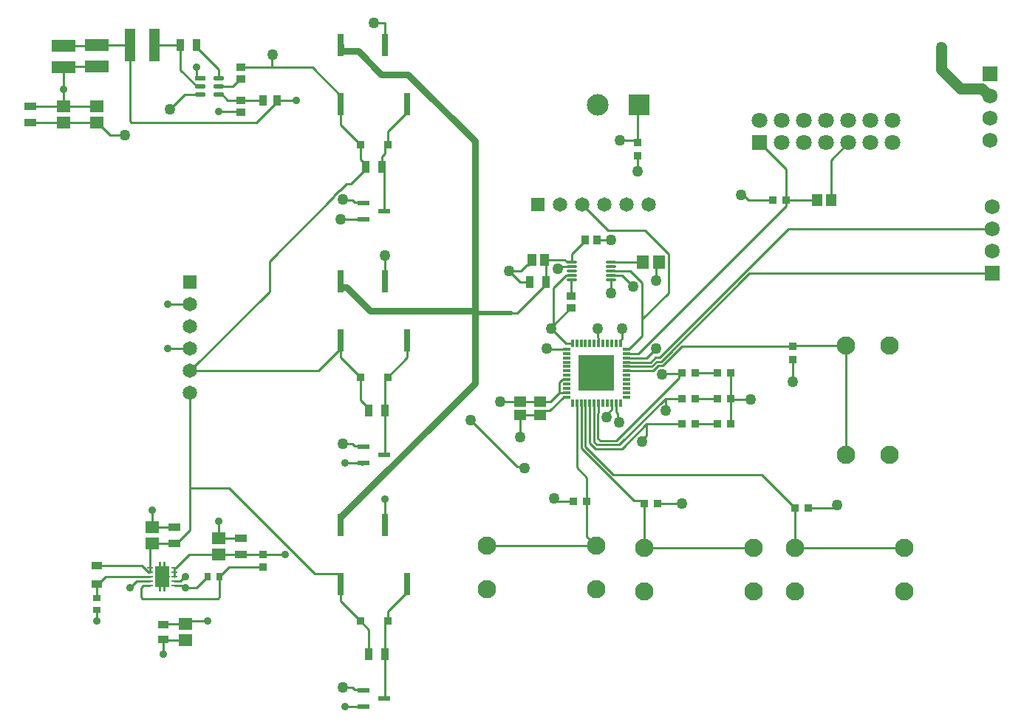
<source format=gtl>
G04*
G04 #@! TF.GenerationSoftware,Altium Limited,Altium Designer,25.2.1 (25)*
G04*
G04 Layer_Physical_Order=1*
G04 Layer_Color=255*
%FSLAX44Y44*%
%MOMM*%
G71*
G04*
G04 #@! TF.SameCoordinates,E5E090E4-F6E9-416A-80E2-435660C576E3*
G04*
G04*
G04 #@! TF.FilePolarity,Positive*
G04*
G01*
G75*
%ADD15C,0.2540*%
%ADD17R,1.3500X0.6000*%
%ADD18R,1.3000X1.4500*%
%ADD19R,0.9500X0.9000*%
G04:AMPARAMS|DCode=20|XSize=0.26mm|YSize=0.88mm|CornerRadius=0.0325mm|HoleSize=0mm|Usage=FLASHONLY|Rotation=90.000|XOffset=0mm|YOffset=0mm|HoleType=Round|Shape=RoundedRectangle|*
%AMROUNDEDRECTD20*
21,1,0.2600,0.8150,0,0,90.0*
21,1,0.1950,0.8800,0,0,90.0*
1,1,0.0650,0.4075,0.0975*
1,1,0.0650,0.4075,-0.0975*
1,1,0.0650,-0.4075,-0.0975*
1,1,0.0650,-0.4075,0.0975*
%
%ADD20ROUNDEDRECTD20*%
%ADD21O,1.3500X0.3000*%
%ADD22R,0.9500X0.9500*%
%ADD23R,0.9000X0.9500*%
%ADD24R,0.9000X1.0500*%
%ADD25R,1.0546X1.3562*%
%ADD26R,1.0500X0.9000*%
%ADD27R,0.9500X1.4000*%
%ADD28R,0.7556X0.8121*%
%ADD29R,1.5562X1.4546*%
%ADD30R,1.2544X0.5321*%
G04:AMPARAMS|DCode=31|XSize=1.2544mm|YSize=0.5321mm|CornerRadius=0.2661mm|HoleSize=0mm|Usage=FLASHONLY|Rotation=0.000|XOffset=0mm|YOffset=0mm|HoleType=Round|Shape=RoundedRectangle|*
%AMROUNDEDRECTD31*
21,1,1.2544,0.0000,0,0,0.0*
21,1,0.7223,0.5321,0,0,0.0*
1,1,0.5321,0.3611,0.0000*
1,1,0.5321,-0.3611,0.0000*
1,1,0.5321,-0.3611,0.0000*
1,1,0.5321,0.3611,0.0000*
%
%ADD31ROUNDEDRECTD31*%
%ADD32R,1.4000X0.9500*%
G04:AMPARAMS|DCode=33|XSize=0.88mm|YSize=0.26mm|CornerRadius=0.0325mm|HoleSize=0mm|Usage=FLASHONLY|Rotation=90.000|XOffset=0mm|YOffset=0mm|HoleType=Round|Shape=RoundedRectangle|*
%AMROUNDEDRECTD33*
21,1,0.8800,0.1950,0,0,90.0*
21,1,0.8150,0.2600,0,0,90.0*
1,1,0.0650,0.0975,0.4075*
1,1,0.0650,0.0975,-0.4075*
1,1,0.0650,-0.0975,-0.4075*
1,1,0.0650,-0.0975,0.4075*
%
%ADD33ROUNDEDRECTD33*%
%ADD35R,1.4546X1.5562*%
%ADD36R,1.4500X1.3000*%
G04:AMPARAMS|DCode=37|XSize=0.6mm|YSize=0.24mm|CornerRadius=0.0504mm|HoleSize=0mm|Usage=FLASHONLY|Rotation=0.000|XOffset=0mm|YOffset=0mm|HoleType=Round|Shape=RoundedRectangle|*
%AMROUNDEDRECTD37*
21,1,0.6000,0.1392,0,0,0.0*
21,1,0.4992,0.2400,0,0,0.0*
1,1,0.1008,0.2496,-0.0696*
1,1,0.1008,-0.2496,-0.0696*
1,1,0.1008,-0.2496,0.0696*
1,1,0.1008,0.2496,0.0696*
%
%ADD37ROUNDEDRECTD37*%
%ADD38R,0.8581X1.2621*%
%ADD39R,1.2000X0.9000*%
%ADD40R,0.9121X0.9581*%
%ADD41R,1.3082X0.8065*%
%ADD42R,0.8121X0.7556*%
%ADD43R,2.7042X1.4526*%
%ADD44R,0.8000X2.6600*%
%ADD45R,1.2000X3.7000*%
%ADD58C,1.4850*%
%ADD72C,0.5000*%
%ADD73R,4.1000X4.1000*%
%ADD74C,0.7620*%
%ADD75C,1.2700*%
%ADD76C,0.5080*%
%ADD77C,1.7250*%
%ADD78R,1.7250X1.7250*%
%ADD79C,1.8000*%
%ADD80R,1.8000X1.8000*%
%ADD81C,1.6500*%
%ADD82R,1.6500X1.6500*%
%ADD83R,2.4750X2.4750*%
%ADD84C,2.4750*%
%ADD85C,2.1000*%
%ADD86R,1.6500X1.6500*%
%ADD87C,0.3000*%
%ADD88C,1.2700*%
%ADD89C,0.8890*%
G36*
X934750Y1067500D02*
X934750Y1063000D01*
X934750Y1062900D01*
X934826Y1062717D01*
X934967Y1062576D01*
X935151Y1062500D01*
X935250Y1062500D01*
D01*
X936750Y1062500D01*
X936850Y1062500D01*
X937033Y1062576D01*
X937174Y1062717D01*
X937250Y1062900D01*
X937250Y1063000D01*
Y1063000D01*
Y1067500D01*
X939750D01*
Y1063000D01*
X939750Y1062900D01*
X939826Y1062717D01*
X939967Y1062576D01*
X940151Y1062500D01*
X940250Y1062500D01*
X940250D01*
X941750Y1062500D01*
X941849Y1062500D01*
X942033Y1062576D01*
X942174Y1062717D01*
X942250Y1062900D01*
X942250Y1063000D01*
X942250Y1063000D01*
Y1067500D01*
X946250D01*
X946349Y1067500D01*
X946533Y1067576D01*
X946674Y1067717D01*
X946750Y1067900D01*
X946750Y1068000D01*
X946750D01*
X946750Y1091000D01*
Y1091099D01*
X946674Y1091283D01*
X946533Y1091424D01*
X946349Y1091500D01*
X946250D01*
Y1091500D01*
X942250D01*
X942250Y1096000D01*
Y1096099D01*
X942174Y1096283D01*
X942033Y1096424D01*
X941849Y1096500D01*
X941750D01*
X941750Y1096500D01*
X940250D01*
X940151Y1096500D01*
X939967Y1096424D01*
X939826Y1096283D01*
X939750Y1096099D01*
X939750Y1096000D01*
D01*
X939750Y1091500D01*
X937250D01*
X937250Y1096000D01*
Y1096099D01*
X937174Y1096283D01*
X937033Y1096424D01*
X936849Y1096500D01*
X936750D01*
Y1096500D01*
X935250D01*
X935151Y1096500D01*
X934967Y1096424D01*
X934826Y1096283D01*
X934750Y1096099D01*
X934750Y1096000D01*
D01*
X934750Y1091500D01*
X930750Y1091500D01*
X930650Y1091500D01*
X930467Y1091424D01*
X930326Y1091283D01*
X930250Y1091099D01*
X930250Y1091000D01*
Y1091000D01*
Y1068000D01*
X930250Y1067900D01*
X930326Y1067717D01*
X930467Y1067576D01*
X930650Y1067500D01*
X930750Y1067500D01*
D01*
D01*
X934750D01*
D02*
G37*
D15*
X1357799Y1437209D02*
X1361802Y1441212D01*
X1336040Y1430020D02*
X1349102D01*
X1361802Y1441212D02*
Y1442720D01*
X1356291Y1437209D02*
X1357799D01*
X1349102Y1430020D02*
X1356291Y1437209D01*
X1336040Y1430020D02*
X1348740Y1417320D01*
X1359810D01*
X1142953Y1489000D02*
X1143053Y1489100D01*
X1169100D01*
X1156192Y1511300D02*
X1158540Y1508952D01*
X1145540Y1511300D02*
Y1511916D01*
X1168248Y1508952D02*
X1169100Y1508100D01*
X1158540Y1508952D02*
X1168248D01*
X1145540Y1511300D02*
X1156192D01*
X1135380Y1515508D02*
Y1516125D01*
X1141948Y1522076D02*
X1149461Y1529589D01*
X1135380Y1516125D02*
X1141332Y1522076D01*
X1061206Y1441334D02*
X1135380Y1515508D01*
X1141332Y1522076D02*
X1141948D01*
X1484141Y1335490D02*
X1653129Y1504478D01*
Y1511009D01*
X1470220Y1335460D02*
X1470250Y1335490D01*
X1653129Y1511009D02*
X1653420Y1511300D01*
X1653670D02*
X1688720D01*
X1653670D02*
Y1546730D01*
X1623060Y1577340D02*
X1653670Y1546730D01*
X1470250Y1335490D02*
X1484141D01*
X1493479Y1330460D02*
X1503909Y1340891D01*
X1470220Y1330460D02*
X1493479D01*
X1611154Y1427480D02*
X1889760D01*
X1505250Y1326286D02*
X1509959D01*
X1470220Y1320460D02*
X1499425D01*
X1509959Y1326286D02*
X1611154Y1427480D01*
X1499425Y1320460D02*
X1505250Y1326286D01*
X1498139Y1325460D02*
X1503409Y1330730D01*
X1508118D02*
X1655668Y1478280D01*
X1503409Y1330730D02*
X1508118D01*
X1470220Y1325460D02*
X1498139D01*
X1655668Y1478280D02*
X1889760D01*
X1601906Y1517214D02*
X1604446D01*
X1610360Y1511300D01*
X1638170D01*
X1504116Y1436438D02*
X1507858Y1440180D01*
X1504116Y1419424D02*
Y1436438D01*
X1064260Y1663700D02*
X1110300D01*
X1028700D02*
X1064260D01*
Y1677271D02*
X1065041Y1678053D01*
X1064260Y1663700D02*
Y1677271D01*
X864108Y1600200D02*
X878643Y1585665D01*
X895617D01*
X863600Y1600200D02*
X864108D01*
X963980Y1632000D02*
X982294D01*
X947420Y1615440D02*
X963980Y1632000D01*
X1110300Y1663700D02*
X1143000Y1631000D01*
Y1621700D02*
Y1631000D01*
X1154289Y1529589D02*
X1171850Y1547150D01*
X1149461Y1529589D02*
X1154289D01*
X970280Y1315720D02*
X1061206Y1406646D01*
X1171850Y1547150D02*
Y1549400D01*
X1061206Y1406646D02*
Y1441334D01*
X1143000Y1330700D02*
Y1341300D01*
X1117420Y1315720D02*
X1143000Y1341300D01*
X970280Y1315720D02*
X1117420D01*
X1143000Y1341300D02*
Y1350600D01*
X970280Y1181100D02*
Y1290320D01*
Y1133130D02*
Y1181100D01*
X1112844Y1083230D02*
X1140270D01*
X1014974Y1181100D02*
X1112844Y1083230D01*
X1143000Y1071200D02*
Y1080500D01*
X1140270Y1083230D02*
X1143000Y1080500D01*
X970280Y1181100D02*
X1014974D01*
X915140Y1092200D02*
X922840Y1084500D01*
X863600Y1092200D02*
X915140D01*
X922840Y1084500D02*
X924500D01*
X954750Y1117600D02*
X970280Y1133130D01*
X952500Y1117600D02*
X954750D01*
X862705Y1688205D02*
X863600Y1689100D01*
X825500Y1688205D02*
X862705D01*
X1296580Y1381760D02*
Y1384678D01*
X1003300Y1123416D02*
Y1143000D01*
X1533750Y1343790D02*
X1661160D01*
X1511800Y1321841D02*
X1533750Y1343790D01*
X1511300Y1311680D02*
X1511638Y1312018D01*
X1532618D02*
X1533780Y1313180D01*
X1507092Y1321841D02*
X1511800D01*
X1530586Y1309950D02*
X1533816Y1313180D01*
X1470220Y1315460D02*
X1500711D01*
X1507092Y1321841D01*
X1511638Y1312018D02*
X1532618D01*
X1470220Y1340460D02*
X1473320D01*
X1488440Y1355580D02*
Y1375081D01*
X1473320Y1340460D02*
X1488440Y1355580D01*
X1661160Y1303020D02*
Y1328290D01*
X1722120Y1219200D02*
Y1344200D01*
X1533816Y1313180D02*
X1534030D01*
X1661570Y1344200D02*
X1722120D01*
X1661160Y1343790D02*
X1661570Y1344200D01*
X944880Y1391920D02*
X963880D01*
X944880Y1341120D02*
X963880D01*
X1295778Y1384678D02*
X1296580Y1385480D01*
X1143000Y1414408D02*
Y1418000D01*
Y1414408D02*
X1145730Y1411678D01*
X1458690Y1235170D02*
X1530586Y1307066D01*
X1440588Y1235170D02*
X1458690D01*
X1530586Y1307066D02*
Y1309950D01*
X1453340Y1270824D02*
Y1278580D01*
X1437748Y1266851D02*
X1438370Y1267473D01*
X1437748Y1258064D02*
Y1266851D01*
X1447908Y1265392D02*
X1453340Y1270824D01*
X1447908Y1262642D02*
Y1265392D01*
X1437748Y1258064D02*
X1437815Y1257997D01*
X1438370Y1267473D02*
Y1278610D01*
X1437815Y1237943D02*
Y1257997D01*
Y1237943D02*
X1440588Y1235170D01*
X1436689Y1230725D02*
X1461684D01*
X1514928Y1270404D02*
Y1283970D01*
X1534030D01*
X1461684Y1230725D02*
X1514928Y1283970D01*
X1465040Y1226280D02*
X1493520Y1254760D01*
Y1241008D02*
Y1254760D01*
X1434847Y1226280D02*
X1465040D01*
X1493520Y1254760D02*
X1534030D01*
X1488440Y1234440D02*
Y1235928D01*
X1493520Y1241008D01*
X1704720Y1557400D02*
X1724660Y1577340D01*
X1704720Y1511300D02*
Y1557400D01*
X1518306Y1404947D02*
Y1449276D01*
X1488440Y1375081D02*
X1518306Y1404947D01*
X1488440Y1375081D02*
Y1416448D01*
X1483360Y1544320D02*
Y1561970D01*
X1013311Y1625600D02*
X1028700D01*
X1006911Y1632000D02*
X1013311Y1625600D01*
X1003300Y1632000D02*
X1006911D01*
X1028700Y1104900D02*
X1054100D01*
X924500Y1084500D02*
Y1089500D01*
X1310640Y1115060D02*
X1435640D01*
X1425070Y1165860D02*
Y1192770D01*
X1490720Y1163320D02*
X1490980Y1163060D01*
Y1112520D02*
Y1163060D01*
Y1112520D02*
X1615980D01*
X1663700D02*
X1788700D01*
X1663700D02*
Y1158110D01*
X1663570Y1158240D02*
X1663700Y1158110D01*
X1707964Y1158240D02*
X1711727Y1162003D01*
X1679070Y1158240D02*
X1707964D01*
X1506220Y1163320D02*
X1534160D01*
X1387865Y1169041D02*
X1391045Y1165860D01*
X1409570D01*
X1549530Y1313180D02*
X1574920D01*
X1549530Y1283970D02*
X1574920D01*
X1549530Y1254760D02*
X1574920D01*
X1589920D02*
Y1283970D01*
Y1313180D01*
X1591190Y1282700D02*
X1612900D01*
X1589920Y1283970D02*
X1591190Y1282700D01*
X1483360Y1618740D02*
X1485140Y1620520D01*
X1483360Y1577470D02*
Y1618740D01*
X1480950Y1579880D02*
X1483360Y1577470D01*
X1463040Y1579880D02*
X1480950D01*
X1453340Y1278580D02*
X1453370Y1278610D01*
X1458370Y1268150D02*
X1460006Y1266514D01*
Y1258664D02*
Y1266514D01*
Y1258664D02*
X1461950Y1256720D01*
X1433195Y1256330D02*
X1433370Y1256155D01*
X1433195Y1256330D02*
Y1268430D01*
X1433370Y1268605D01*
Y1234044D02*
Y1256155D01*
X1458370Y1268150D02*
Y1278610D01*
X1433370Y1268605D02*
Y1278610D01*
X1428370Y1232757D02*
Y1278610D01*
X1423400Y1228360D02*
Y1278580D01*
X1423370Y1278610D02*
X1423400Y1278580D01*
X1418370Y1227104D02*
Y1278610D01*
X1292020Y1259108D02*
X1345224Y1205904D01*
X1351876D02*
X1353820Y1203960D01*
X1345224Y1205904D02*
X1351876D01*
X1168248Y1229552D02*
X1169100Y1228700D01*
X1158540Y1229552D02*
X1168248D01*
X1156192Y1231900D02*
X1158540Y1229552D01*
X1145540Y1231900D02*
X1156192D01*
X1168248Y950152D02*
X1169100Y949300D01*
X1158540Y950152D02*
X1168248D01*
X1156192Y952500D02*
X1158540Y950152D01*
X1145540Y952500D02*
X1156192D01*
X1433370Y1234044D02*
X1436689Y1230725D01*
X1428370Y1232757D02*
X1434847Y1226280D01*
X1418370Y1227104D02*
X1478924Y1166550D01*
X1423400Y1228360D02*
X1455420Y1196340D01*
X1625220D01*
X1478924Y1166550D02*
X1487490D01*
X1625220Y1196340D02*
X1663320Y1158240D01*
X1413370Y1204470D02*
X1425070Y1192770D01*
X1487490Y1166550D02*
X1490720Y1163320D01*
X1425070Y1125630D02*
Y1165860D01*
X1413370Y1204470D02*
Y1278610D01*
X1663320Y1158240D02*
X1663570D01*
X1425070Y1125630D02*
X1435640Y1115060D01*
X1491170Y1476413D02*
X1518306Y1449276D01*
X1379850Y1340490D02*
X1401490D01*
X1379220Y1341120D02*
X1379850Y1340490D01*
X1401490D02*
X1401520Y1340460D01*
X1437640Y1353820D02*
X1438340Y1353120D01*
X1437640Y1353820D02*
Y1363980D01*
X1438340Y1347340D02*
X1438370Y1347310D01*
X1438340Y1347340D02*
Y1353120D01*
X1465580Y1352620D02*
Y1363980D01*
X1463370Y1347310D02*
Y1350410D01*
X1465580Y1352620D01*
X1452880Y1404620D02*
Y1419807D01*
X1452270Y1420020D02*
X1452668D01*
X1452880Y1419807D01*
X1465500Y1425020D02*
X1478280Y1412240D01*
X1449668Y1476413D02*
X1491170D01*
X1419860Y1506220D02*
X1449668Y1476413D01*
X1436770Y1465580D02*
X1452880D01*
X1391920Y1432560D02*
X1394669D01*
X1397129Y1435020D02*
X1407770D01*
X1394669Y1432560D02*
X1397129Y1435020D01*
X1376318Y1442720D02*
X1399695D01*
X1452270Y1430020D02*
X1474868D01*
X1488440Y1416448D01*
X1452270Y1425020D02*
X1465500D01*
X1423270Y1464830D02*
Y1465580D01*
X1407770Y1440020D02*
Y1449330D01*
X1423270Y1464830D01*
X1386235Y1367535D02*
X1406410Y1387710D01*
X1384300Y1365600D02*
X1386235Y1367535D01*
Y1410346D01*
X1406410Y1387710D02*
X1407160D01*
X1384300Y1363980D02*
Y1365600D01*
X1407682Y1424932D02*
X1407770Y1425020D01*
X1400821Y1424932D02*
X1407682D01*
X1386235Y1410346D02*
X1400821Y1424932D01*
X1407160Y1419807D02*
X1407372Y1420020D01*
X1407160Y1401210D02*
Y1419807D01*
X1407372Y1420020D02*
X1407770D01*
X1338595Y1381745D02*
X1344985D01*
X1338580Y1381760D02*
X1338595Y1381745D01*
X1344985D02*
X1378310Y1415070D01*
X1376318Y1442720D02*
X1378310Y1440728D01*
Y1417320D02*
Y1440728D01*
Y1415070D02*
Y1417320D01*
X1399695Y1442720D02*
X1402395Y1440020D01*
X1407770D01*
X1452270D02*
X1489182D01*
X1489342Y1440180D01*
X1371600Y1264540D02*
X1376830Y1269770D01*
X1382730D01*
X1398420Y1285460D01*
X1401520D01*
X1348740Y1264540D02*
X1371600D01*
X1348360Y1280160D02*
X1348740Y1280540D01*
X1371600D01*
X1392960Y1290460D02*
Y1301900D01*
X1396490Y1305430D01*
X1401490D01*
X1401520Y1305460D01*
X1392960Y1290460D02*
X1401520D01*
X1371600Y1280540D02*
X1383040D01*
X1392960Y1290460D01*
X1400970Y1347310D02*
X1408370D01*
X1384300Y1363980D02*
X1400970Y1347310D01*
X1143000Y1138600D02*
Y1147900D01*
X1325880Y1280160D02*
X1348360D01*
X1348740Y1239520D02*
Y1264540D01*
X1193800Y1418000D02*
Y1447800D01*
X1181100Y1714500D02*
X1193800D01*
X863600Y1689100D02*
X901700D01*
Y1601688D02*
Y1689100D01*
X863600Y1054906D02*
Y1071200D01*
X914400Y1055588D02*
Y1066800D01*
Y1055588D02*
X915888Y1054100D01*
X914400Y1066800D02*
X917100Y1069500D01*
X924500D01*
X901700Y1066800D02*
X909400Y1074500D01*
X863600Y1071200D02*
X865100D01*
X873400Y1079500D01*
X924500D01*
X909400Y1074500D02*
X924500D01*
X927100Y1136116D02*
Y1155700D01*
X952500Y1069500D02*
X952510Y1069490D01*
X952500Y1089500D02*
X954160D01*
X825484Y1618700D02*
X825500Y1618716D01*
Y1600200D02*
X863600D01*
X901700Y1601688D02*
X903188Y1600200D01*
X787400Y1618700D02*
X825484D01*
X787400Y1600200D02*
X825500D01*
Y1618716D02*
X863600D01*
X939800Y1024509D02*
X940549Y1025258D01*
X939800Y1007491D02*
Y1009600D01*
Y1007491D02*
X940549Y1006742D01*
X863600Y1028700D02*
Y1041400D01*
X924500Y1115000D02*
X927100Y1117600D01*
X924500Y1089500D02*
Y1115000D01*
X825500Y1618716D02*
Y1638300D01*
Y1657300D01*
Y1663700D02*
X826395Y1664595D01*
X863600D01*
X927100Y1136116D02*
X952484D01*
X927100Y1117600D02*
X952500D01*
X952484Y1136116D02*
X952500Y1136100D01*
Y1079500D02*
Y1084500D01*
Y1089500D01*
X1147918Y930300D02*
X1169100D01*
X1193100Y939800D02*
X1193800Y940500D01*
Y990600D01*
X1143000Y1051300D02*
X1165350Y1028950D01*
X1143000Y1051300D02*
Y1071200D01*
X1193800Y1149400D02*
Y1168400D01*
X1165640Y1209700D02*
X1167370Y1207970D01*
X1169100Y1209700D01*
X1147918D02*
X1165640D01*
X1193100Y1219200D02*
X1193800Y1219900D01*
X1175300Y990600D02*
Y1018500D01*
X1193800Y990600D02*
Y1025650D01*
X1165350Y1028450D02*
X1175300Y1018500D01*
X1165350Y1028450D02*
Y1028700D01*
Y1028950D01*
X1193800Y1025650D02*
X1196850Y1028700D01*
Y1039550D01*
X1219200Y1061900D01*
Y1071200D01*
X1003300Y1612900D02*
X1028700D01*
X903188Y1600200D02*
X1046260D01*
X959400Y1660471D02*
X978371Y1641500D01*
X1003300D02*
X1019250D01*
X1027950Y1650200D01*
X1028700D01*
X959400Y1660471D02*
Y1689100D01*
X929700D02*
X959400D01*
X1165350Y1558150D02*
Y1574800D01*
X1193620Y1564860D02*
Y1571570D01*
X1196850Y1574800D01*
X1165350Y1574800D02*
Y1575050D01*
X1196850Y1574800D02*
Y1590050D01*
X1143000Y1597400D02*
X1165350Y1575050D01*
X1196850Y1590050D02*
X1219200Y1612400D01*
X1028700Y1625600D02*
X1054100D01*
X1219200Y1612400D02*
Y1621700D01*
X977900Y1686850D02*
Y1689100D01*
Y1652391D02*
Y1663700D01*
X978371Y1641500D02*
X982294D01*
Y1651000D02*
X984200D01*
X979291D02*
X982294D01*
X977900Y1652391D02*
X979291Y1651000D01*
X1003300D02*
Y1661450D01*
X977900Y1686850D02*
X1003300Y1661450D01*
X1143000Y1597400D02*
Y1621700D01*
X1073200Y1625600D02*
X1092200D01*
X1069640Y1623580D02*
Y1625600D01*
X1046260Y1600200D02*
X1069640Y1623580D01*
X1190350Y1549400D02*
X1193100Y1546650D01*
X1171850Y1549400D02*
Y1551650D01*
X1165350Y1558150D02*
X1171850Y1551650D01*
X1190350Y1549400D02*
Y1561590D01*
X1193620Y1564860D01*
X1193800Y1695500D02*
Y1714500D01*
X1014683Y1090360D02*
X1054100D01*
X1003300Y1104900D02*
X1028700D01*
X1054100D02*
X1079500D01*
X1003300Y1123416D02*
X1003316Y1123400D01*
X1028700D01*
X939800Y990600D02*
Y1007491D01*
X940549Y1006742D02*
X965200D01*
X940549Y1025258D02*
X965200D01*
X952500Y1074500D02*
X959310D01*
X952510Y1069490D02*
X960792D01*
X915888Y1054100D02*
X1001812D01*
X954160Y1089500D02*
X969560Y1104900D01*
X1004106Y1079500D02*
Y1079782D01*
Y1056394D02*
Y1079500D01*
X1001812Y1054100D02*
X1004106Y1056394D01*
X990600Y1079218D02*
Y1079500D01*
X987809Y1076709D02*
X988092D01*
X990600Y1079218D01*
Y1079500D02*
Y1079782D01*
X960792Y1069490D02*
X963482Y1066800D01*
X965200D01*
X977900D01*
X959310Y1074500D02*
X964310Y1079500D01*
X965200D01*
X971600Y1028700D02*
X990600D01*
X977900Y1066800D02*
X987809Y1076709D01*
X969560Y1104900D02*
X1003300D01*
X1004106Y1079782D02*
X1014683Y1090360D01*
X1174700Y1270000D02*
Y1272850D01*
X1165350Y1282200D02*
X1174700Y1272850D01*
X1193800Y1270000D02*
Y1305050D01*
X1165350Y1282200D02*
Y1308100D01*
Y1308350D01*
X1193800Y1305050D02*
X1196850Y1308100D01*
Y1308350D01*
X1219200Y1330700D01*
Y1350600D01*
X1143000Y1330700D02*
X1165350Y1308350D01*
X1193800Y1219900D02*
Y1270000D01*
X1193100Y1498600D02*
Y1546650D01*
D17*
X1169100Y1489100D02*
D03*
X1193100Y939800D02*
D03*
X1169100Y930300D02*
D03*
Y949300D02*
D03*
X1193100Y1219200D02*
D03*
X1169100Y1209700D02*
D03*
Y1228700D02*
D03*
Y1508100D02*
D03*
X1193100Y1498600D02*
D03*
D18*
X1688720Y1511300D02*
D03*
X1704720D02*
D03*
D19*
X1653670D02*
D03*
X1638170D02*
D03*
X1534030Y1313180D02*
D03*
X1549530D02*
D03*
X1534030Y1283970D02*
D03*
X1549530D02*
D03*
X1534030Y1254760D02*
D03*
X1549530D02*
D03*
X1425070Y1165860D02*
D03*
X1409570D02*
D03*
X1506220Y1163320D02*
D03*
X1490720D02*
D03*
X1679070Y1158240D02*
D03*
X1663570D02*
D03*
D20*
X1470220Y1335460D02*
D03*
Y1330460D02*
D03*
Y1320460D02*
D03*
Y1325460D02*
D03*
Y1285460D02*
D03*
Y1290460D02*
D03*
Y1295460D02*
D03*
Y1300460D02*
D03*
Y1305460D02*
D03*
Y1310460D02*
D03*
Y1315460D02*
D03*
Y1340460D02*
D03*
X1401520D02*
D03*
Y1335460D02*
D03*
Y1330460D02*
D03*
Y1325460D02*
D03*
Y1320460D02*
D03*
Y1315460D02*
D03*
Y1310460D02*
D03*
Y1305460D02*
D03*
Y1300460D02*
D03*
Y1295460D02*
D03*
Y1290460D02*
D03*
Y1285460D02*
D03*
D21*
X1407770Y1440020D02*
D03*
Y1435020D02*
D03*
Y1430020D02*
D03*
Y1425020D02*
D03*
Y1420020D02*
D03*
X1452270Y1440020D02*
D03*
Y1435020D02*
D03*
Y1430020D02*
D03*
Y1425020D02*
D03*
Y1420020D02*
D03*
D22*
X1589920Y1254760D02*
D03*
X1574920D02*
D03*
X1589920Y1283970D02*
D03*
X1574920D02*
D03*
X1589920Y1313180D02*
D03*
X1574920D02*
D03*
D23*
X1483360Y1577470D02*
D03*
Y1561970D02*
D03*
X1661160Y1328290D02*
D03*
Y1343790D02*
D03*
X1196850Y1028700D02*
D03*
X1165350Y1028700D02*
D03*
X1196850Y1308100D02*
D03*
X1165350Y1308100D02*
D03*
X1196850Y1574800D02*
D03*
X1165350Y1574800D02*
D03*
D24*
X1436770Y1465580D02*
D03*
X1423270D02*
D03*
D25*
X1376318Y1442720D02*
D03*
X1361802D02*
D03*
D26*
X1407160Y1401210D02*
D03*
Y1387710D02*
D03*
X1028700Y1612100D02*
D03*
Y1625600D02*
D03*
Y1650200D02*
D03*
Y1663700D02*
D03*
D27*
X1359810Y1417320D02*
D03*
X1378310D02*
D03*
X1193800Y990600D02*
D03*
X1175300D02*
D03*
X1193800Y1270000D02*
D03*
X1175300D02*
D03*
X1171850Y1549400D02*
D03*
X1190350D02*
D03*
X959400Y1689100D02*
D03*
X977900D02*
D03*
D28*
X990600Y1079500D02*
D03*
X1004106D02*
D03*
D29*
X1003300Y1104900D02*
D03*
Y1123416D02*
D03*
X863600Y1600200D02*
D03*
Y1618716D02*
D03*
X825500Y1600200D02*
D03*
Y1618716D02*
D03*
X927100Y1117600D02*
D03*
Y1136116D02*
D03*
X965200Y1006742D02*
D03*
Y1025258D02*
D03*
D30*
X982294Y1651000D02*
D03*
D31*
Y1641500D02*
D03*
Y1632000D02*
D03*
X1003300D02*
D03*
Y1641500D02*
D03*
Y1651000D02*
D03*
D32*
X787400Y1600200D02*
D03*
Y1618700D02*
D03*
X1028700Y1123400D02*
D03*
Y1104900D02*
D03*
X952500Y1117600D02*
D03*
Y1136100D02*
D03*
D33*
X1408370Y1278610D02*
D03*
X1413370D02*
D03*
X1418370D02*
D03*
X1423370D02*
D03*
X1428370D02*
D03*
X1433370D02*
D03*
X1438370D02*
D03*
X1443370D02*
D03*
X1448370D02*
D03*
X1453370D02*
D03*
X1458370D02*
D03*
X1463370D02*
D03*
Y1347310D02*
D03*
X1458370D02*
D03*
X1453370D02*
D03*
X1448370D02*
D03*
X1443370D02*
D03*
X1438370D02*
D03*
X1433370D02*
D03*
X1428370D02*
D03*
X1423370D02*
D03*
X1418370D02*
D03*
X1413370D02*
D03*
X1408370D02*
D03*
D35*
X1489342Y1440180D02*
D03*
X1507858D02*
D03*
D36*
X1371600Y1264540D02*
D03*
Y1280540D02*
D03*
X1348740Y1264540D02*
D03*
Y1280540D02*
D03*
D37*
X952500Y1089500D02*
D03*
Y1084500D02*
D03*
Y1079500D02*
D03*
Y1074500D02*
D03*
Y1069500D02*
D03*
X924500D02*
D03*
Y1074500D02*
D03*
Y1079500D02*
D03*
Y1084500D02*
D03*
Y1089500D02*
D03*
D38*
X1054100Y1625600D02*
D03*
X1069640D02*
D03*
D39*
X863600Y1092200D02*
D03*
Y1071200D02*
D03*
D40*
X1054100Y1104900D02*
D03*
Y1090360D02*
D03*
D41*
X939800Y1024509D02*
D03*
Y1007491D02*
D03*
D42*
X863600Y1054906D02*
D03*
Y1041400D02*
D03*
D43*
X825500Y1688205D02*
D03*
Y1663700D02*
D03*
X863600Y1689100D02*
D03*
Y1664595D02*
D03*
D44*
X1143000Y1418000D02*
D03*
Y1350600D02*
D03*
X1219200D02*
D03*
X1193800Y1418000D02*
D03*
X1143000Y1689100D02*
D03*
Y1621700D02*
D03*
X1219200D02*
D03*
X1193800Y1689100D02*
D03*
Y1138600D02*
D03*
X1219200Y1071200D02*
D03*
X1143000D02*
D03*
Y1138600D02*
D03*
D45*
X901700Y1689100D02*
D03*
X929700D02*
D03*
D58*
X938500Y1079500D02*
D03*
D72*
X944250D02*
D03*
X932750D02*
D03*
X938500Y1070000D02*
D03*
Y1089000D02*
D03*
D73*
X1435870Y1312960D02*
D03*
D74*
X1219583Y1655697D02*
X1296580Y1578700D01*
X1143190Y1682089D02*
X1162711D01*
X1143000Y1682279D02*
X1143190Y1682089D01*
X1143000Y1682279D02*
Y1689100D01*
X1162711Y1682089D02*
X1189103Y1655697D01*
X1219583D01*
X1296580Y1384678D02*
Y1578700D01*
X1176322Y1384678D02*
X1295778D01*
X1149322Y1411678D02*
X1176322Y1384678D01*
X1143000Y1147900D02*
X1296580Y1301480D01*
X1145730Y1411678D02*
X1149322D01*
X1296580Y1301480D02*
Y1381760D01*
D75*
X1831340Y1661160D02*
Y1686560D01*
X1853300Y1639200D02*
X1877469D01*
X1831340Y1661160D02*
X1853300Y1639200D01*
X1885989Y1630680D02*
X1887220D01*
X1877469Y1639200D02*
X1885989Y1630680D01*
D76*
X1296580Y1381760D02*
X1338580D01*
D77*
X1887220Y1579880D02*
D03*
Y1605280D02*
D03*
Y1630680D02*
D03*
X1889760Y1452880D02*
D03*
Y1478280D02*
D03*
Y1503680D02*
D03*
D78*
X1887220Y1656080D02*
D03*
X1889760Y1427480D02*
D03*
D79*
X1775460Y1602740D02*
D03*
Y1577340D02*
D03*
X1750060Y1602740D02*
D03*
Y1577340D02*
D03*
X1724660Y1602740D02*
D03*
X1699260D02*
D03*
Y1577340D02*
D03*
X1673860Y1602740D02*
D03*
Y1577340D02*
D03*
X1648460D02*
D03*
X1623060Y1602740D02*
D03*
X1724660Y1577340D02*
D03*
X1648460Y1602740D02*
D03*
D80*
X1623060Y1577340D02*
D03*
D81*
X1496060Y1506220D02*
D03*
X1470660D02*
D03*
X1445260D02*
D03*
X1419860D02*
D03*
X1394460D02*
D03*
X970280Y1391920D02*
D03*
Y1366520D02*
D03*
Y1341120D02*
D03*
Y1315720D02*
D03*
Y1290320D02*
D03*
D82*
X1369060Y1506220D02*
D03*
D83*
X1485140Y1620520D02*
D03*
D84*
X1437640D02*
D03*
D85*
X1663700Y1112520D02*
D03*
X1788700D02*
D03*
X1663700Y1062520D02*
D03*
X1788700D02*
D03*
X1490980Y1112520D02*
D03*
X1615980D02*
D03*
X1490980Y1062520D02*
D03*
X1615980D02*
D03*
X1722120Y1219200D02*
D03*
Y1344200D02*
D03*
X1772120Y1219200D02*
D03*
Y1344200D02*
D03*
X1435640Y1065060D02*
D03*
X1310640D02*
D03*
X1435640Y1115060D02*
D03*
X1310640D02*
D03*
D86*
X970280Y1417320D02*
D03*
D87*
X1429020Y1319810D02*
D03*
X1442720D02*
D03*
Y1306110D02*
D03*
X1429020D02*
D03*
X1417870Y1319810D02*
D03*
Y1306110D02*
D03*
X1453870Y1319810D02*
D03*
Y1306110D02*
D03*
X1429020Y1330960D02*
D03*
X1442720D02*
D03*
X1429020Y1294960D02*
D03*
X1442720D02*
D03*
D88*
X1336040Y1430020D02*
D03*
X1142953Y1489000D02*
D03*
X1145540Y1511916D02*
D03*
X1831340Y1686560D02*
D03*
X1503909Y1340891D02*
D03*
X1601906Y1517214D02*
D03*
X1504116Y1419424D02*
D03*
X1065041Y1678053D02*
D03*
X895617Y1585665D02*
D03*
X947420Y1615440D02*
D03*
X1511300Y1311680D02*
D03*
X1661160Y1303020D02*
D03*
X1447908Y1262642D02*
D03*
X1483360Y1544320D02*
D03*
X1711727Y1162003D02*
D03*
X1534160Y1163320D02*
D03*
X1387865Y1169041D02*
D03*
X1612900Y1282700D02*
D03*
X1463040Y1579880D02*
D03*
X1461950Y1256720D02*
D03*
X1353820Y1203960D02*
D03*
X1292020Y1259108D02*
D03*
X1145540Y1231900D02*
D03*
X1514928Y1270404D02*
D03*
X1145540Y952500D02*
D03*
X1488440Y1234440D02*
D03*
X1379220Y1341120D02*
D03*
X1437640Y1363980D02*
D03*
X1465580D02*
D03*
X1452880Y1404620D02*
D03*
X1478280Y1412240D02*
D03*
X1452880Y1465580D02*
D03*
X1391920Y1432560D02*
D03*
X1384300Y1363980D02*
D03*
X1325880Y1280160D02*
D03*
X1348740Y1239520D02*
D03*
X1193800Y1447800D02*
D03*
X1181100Y1714500D02*
D03*
D89*
X1003300Y1143000D02*
D03*
X1092200Y1625600D02*
D03*
X990600Y1028700D02*
D03*
X965200Y1079500D02*
D03*
Y1066800D02*
D03*
X901700D02*
D03*
X863600Y1028700D02*
D03*
X939800Y990600D02*
D03*
X1079500Y1104900D02*
D03*
X977900Y1663700D02*
D03*
X1147918Y1209700D02*
D03*
X927100Y1155700D02*
D03*
X944880Y1391920D02*
D03*
Y1341120D02*
D03*
X1193800Y1168400D02*
D03*
X1147918Y930300D02*
D03*
X825500Y1638300D02*
D03*
X1003300Y1612900D02*
D03*
M02*

</source>
